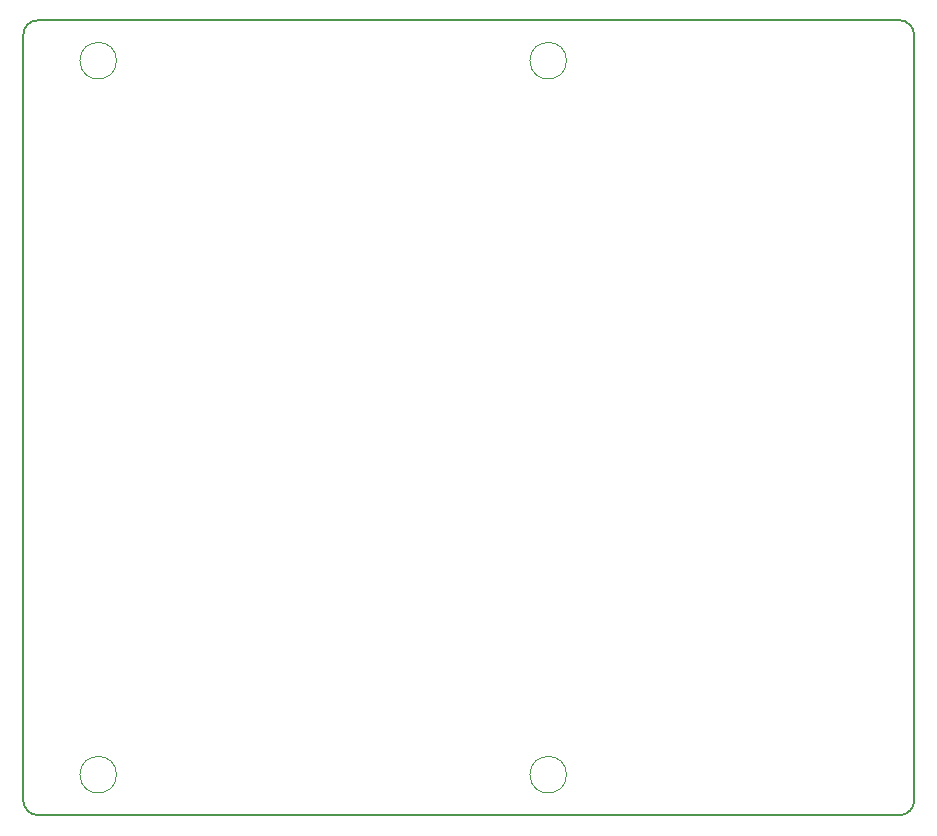
<source format=gbr>
%TF.GenerationSoftware,KiCad,Pcbnew,(5.1.8-0-10_14)*%
%TF.CreationDate,2021-04-03T20:08:11-06:00*%
%TF.ProjectId,bluescsi_powerbook,626c7565-7363-4736-995f-706f77657262,rev?*%
%TF.SameCoordinates,Original*%
%TF.FileFunction,Profile,NP*%
%FSLAX46Y46*%
G04 Gerber Fmt 4.6, Leading zero omitted, Abs format (unit mm)*
G04 Created by KiCad (PCBNEW (5.1.8-0-10_14)) date 2021-04-03 20:08:11*
%MOMM*%
%LPD*%
G01*
G04 APERTURE LIST*
%TA.AperFunction,Profile*%
%ADD10C,0.150000*%
%TD*%
%TA.AperFunction,Profile*%
%ADD11C,0.050000*%
%TD*%
G04 APERTURE END LIST*
D10*
X165100000Y-69215000D02*
G75*
G02*
X166370000Y-70485000I0J-1270000D01*
G01*
X166370000Y-135255000D02*
G75*
G02*
X165100000Y-136525000I-1270000J0D01*
G01*
X92202000Y-136525000D02*
G75*
G02*
X90932000Y-135255000I0J1270000D01*
G01*
X90932000Y-70485000D02*
G75*
G02*
X92202000Y-69215000I1270000J0D01*
G01*
D11*
X136932000Y-133096000D02*
G75*
G03*
X136932000Y-133096000I-1550000J0D01*
G01*
X136932000Y-72644000D02*
G75*
G03*
X136932000Y-72644000I-1550000J0D01*
G01*
X98832000Y-133096000D02*
G75*
G03*
X98832000Y-133096000I-1550000J0D01*
G01*
X98832000Y-72644000D02*
G75*
G03*
X98832000Y-72644000I-1550000J0D01*
G01*
D10*
X166370000Y-135255000D02*
X166370000Y-70485000D01*
X92202000Y-136525000D02*
X165100000Y-136525000D01*
X90932000Y-70485000D02*
X90932000Y-135255000D01*
X165100000Y-69215000D02*
X92202000Y-69215000D01*
M02*

</source>
